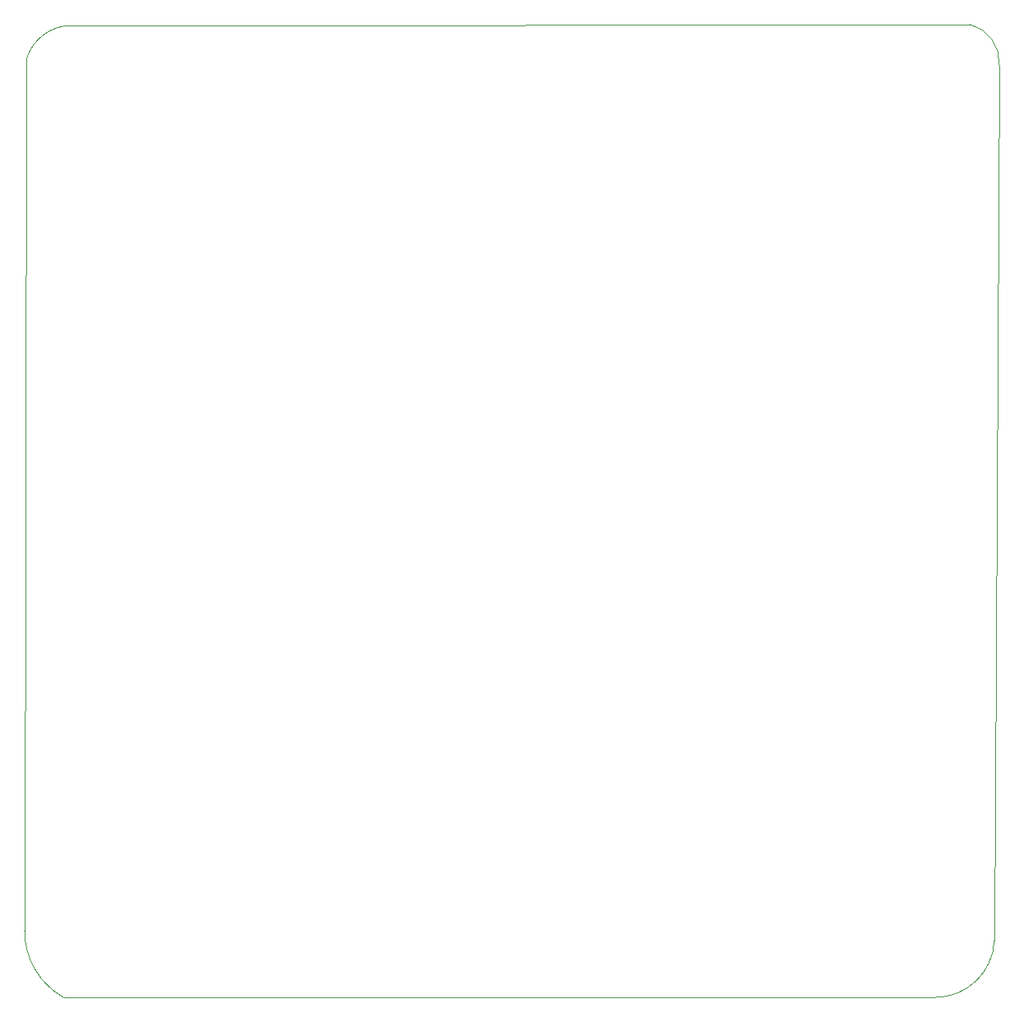
<source format=gm1>
G04 #@! TF.GenerationSoftware,KiCad,Pcbnew,5.1.1-8be2ce7~80~ubuntu18.04.1*
G04 #@! TF.CreationDate,2019-04-29T20:02:52-05:00*
G04 #@! TF.ProjectId,Proyecto,50726f79-6563-4746-9f2e-6b696361645f,rev?*
G04 #@! TF.SameCoordinates,Original*
G04 #@! TF.FileFunction,Profile,NP*
%FSLAX46Y46*%
G04 Gerber Fmt 4.6, Leading zero omitted, Abs format (unit mm)*
G04 Created by KiCad (PCBNEW 5.1.1-8be2ce7~80~ubuntu18.04.1) date 2019-04-29 20:02:52*
%MOMM*%
%LPD*%
G04 APERTURE LIST*
%ADD10C,0.050000*%
G04 APERTURE END LIST*
D10*
X95153402Y-156188547D02*
X184912000Y-156210000D01*
X91375695Y-59596382D02*
X91186000Y-149352000D01*
X191003823Y-150339623D02*
X191515999Y-60197999D01*
X188501183Y-56009560D02*
X96265999Y-56134001D01*
X191003823Y-150339623D02*
G75*
G02X184912000Y-156210000I-6091823J225623D01*
G01*
X95153402Y-156188547D02*
G75*
G02X91186000Y-149352000I3906598J6836547D01*
G01*
X188501183Y-56009560D02*
G75*
G02X191515999Y-60197999I-1049183J-3934440D01*
G01*
X91375694Y-59596382D02*
G75*
G02X96265999Y-56134001I4636306J-1363618D01*
G01*
M02*

</source>
